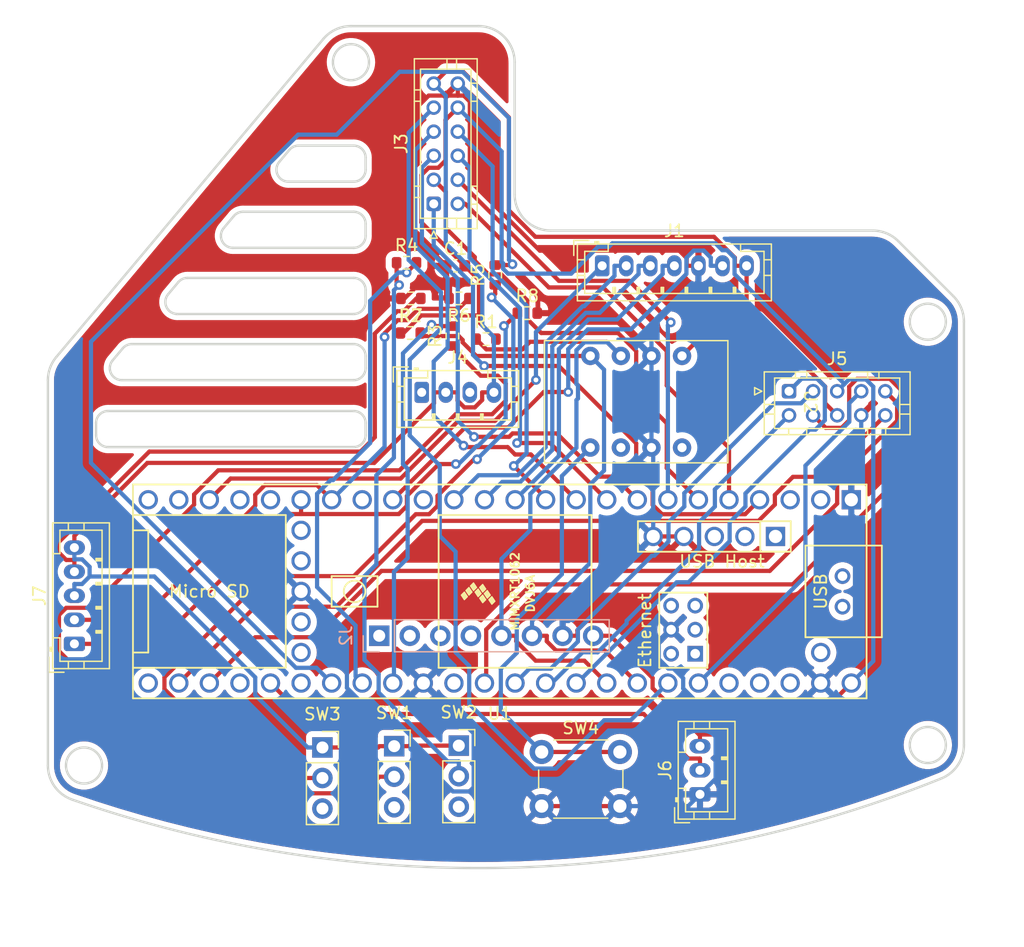
<source format=kicad_pcb>
(kicad_pcb (version 20211014) (generator pcbnew)
  (layers (0 "F.Cu" signal) (31 "B.Cu" signal) (34 "B.Paste" user) (35 "F.Paste" user) (36 "B.SilkS" user "B.Silkscreen") (37 "F.SilkS" user "F.Silkscreen") (38 "B.Mask" user) (39 "F.Mask" user) (44 "Edge.Cuts" user))
  (net 0 "")
  (net 2 "GND")
  (net 6 "+5V")
  (net 10 "IR")
  (net 11 "Kick")
  (net 12 "SCL")
  (net 13 "SDA")
  (net 14 "MUX5")
  (net 15 "MUX6")
  (net 16 "MUX7")
  (net 17 "MUX8")
  (net 21 "Sig1")
  (net 22 "Sig2")
  (net 23 "Sig3")
  (net 24 "Sig4")
  (net 25 "Sig5")
  (net 26 "Sig6")
  (net 27 "Sig7")
  (net 28 "Sig8")
  (net 29 "MUX1")
  (net 30 "MUX2")
  (net 31 "DIP1")
  (net 32 "DIP2")
  (net 33 "DIP3")
  (net 35 "ESC")
  (net 37 "RX8")
  (net 38 "TX8")
  (net 44 "MUX3")
  (net 45 "MUX4")
  (net 46 "Line")
  (net 48 "BallRead2")
  (net 49 "BallRead")
  (net 62 "Net-(R3-Pad1)")
  (net 63 "Net-(R4-Pad1)")
  (net 64 "Net-(R5-Pad1)")
  (net 69 "+3.3V")
  (net 70 "Net-(J4-Pad3)")
  (net 73 "Net-(SW4-Pad1)")
  (net 74 "BallRead1")
  (net 75 "Net-(R7-Pad1)")
  (footprint "Connector_JST:JST_PH_B3B-PH-K_1x03_P2.00mm_Vertical" (layer "F.Cu") (at 119.126 102.87 90)
    (fp_text reference "J6")
    (fp_text value "ESC")
  )
  (footprint "Connector_JST:JST_PH_B4B-PH-K_1x04_P2.00mm_Vertical" (layer "F.Cu") (at 96 69.45)
    (fp_text reference "J4")
    (fp_text value "BallCatch")
  )
  (footprint "Connector_PinSocket_2.54mm:PinSocket_1x03_P2.54mm_Vertical" (layer "F.Cu") (at 93.715 98.866)
    (fp_text reference "SW1")
    (fp_text value "DIP")
  )
  (footprint "Resistor_SMD:R_0603_1608Metric" (layer "F.Cu") (at 95.1 61.64 180)
    (fp_text reference "R7")
    (fp_text value "1k")
  )
  (footprint "Resistor_SMD:R_0603_1608Metric" (layer "F.Cu") (at 102.108 59.69 90)
    (fp_text reference "R5")
    (fp_text value "10k")
  )
  (footprint "Resistor_SMD:R_0603_1608Metric" (layer "F.Cu") (at 95.059 64.516)
    (fp_text reference "R2")
    (fp_text value "10k")
  )
  (footprint "Connector_JST:JST_PH_B5B-PH-K_1x05_P2.00mm_Vertical" (layer "F.Cu") (at 67.141 90.36 90)
    (fp_text reference "J7")
    (fp_text value "BallCatch")
  )
  (footprint "Resistor_SMD:R_0603_1608Metric" (layer "F.Cu") (at 99.1 61.64 180)
    (fp_text reference "R6")
    (fp_text value "1k")
  )
  (footprint "Resistor_SMD:R_0603_1608Metric" (layer "F.Cu") (at 94.742 58.674)
    (fp_text reference "R4")
    (fp_text value "10k")
  )
  (footprint "Connector_JST:JST_PH_B7B-PH-K_1x07_P2.00mm_Vertical" (layer "F.Cu") (at 110.998 58.928)
    (fp_text reference "J1")
    (fp_text value "Line Port")
  )
  (footprint "teensy:Teensy41" (layer "F.Cu") (at 102.489 86 180)
    (fp_text reference "U1")
    (fp_text value "Teensy4.1")
  )
  (footprint "Resistor_SMD:R_0603_1608Metric" (layer "F.Cu") (at 104.775 62.865)
    (fp_text reference "R8")
    (fp_text value "1k")
  )
  (footprint "Connector_JST:JST_PHD_B12B-PHDSS_2x06_P2.00mm_Vertical" (layer "F.Cu") (at 97 53.7775 90)
    (fp_text reference "J3")
    (fp_text value "MD Signal")
  )
  (footprint "Resistor_SMD:R_0603_1608Metric" (layer "F.Cu") (at 98.552 64.77 90)
    (fp_text reference "R3")
    (fp_text value "10k")
  )
  (footprint "Connector_JST:JST_PHD_B10B-PHDSS_2x05_P2.00mm_Vertical" (layer "F.Cu") (at 126.5245 69.358)
    (fp_text reference "J5")
    (fp_text value "IR Unit")
  )
  (footprint "Connector_PinSocket_2.54mm:PinSocket_1x03_P2.54mm_Vertical" (layer "F.Cu") (at 87.752 98.974)
    (fp_text reference "SW3")
    (fp_text value "DIP")
  )
  (footprint "Resistor_SMD:R_0603_1608Metric" (layer "F.Cu") (at 101.346 65.024)
    (fp_text reference "R1")
    (fp_text value "10k")
  )
  (footprint "Connector_PinSocket_2.54mm:PinSocket_1x03_P2.54mm_Vertical" (layer "F.Cu") (at 99.085 98.821)
    (fp_text reference "SW2")
    (fp_text value "DIP")
  )
  (footprint "Capacitor_SMD:C_0603_1608Metric" (layer "F.Cu") (at 98.806 58.928)
    (fp_text reference "C1")
    (fp_text value "0.1uF")
  )
  (footprint "Button_Switch_THT:SW_PUSH_6mm_H4.3mm" (layer "F.Cu") (at 105.97 99.35)
    (fp_text reference "SW4")
    (fp_text value "RESET")
  )
  (footprint "MY-KICAD-LIB:BNO055" (layer "F.Cu") (at 127.794 70.231 -90)
    (fp_text reference "U2")
    (fp_text value "BNO055")
  )
  (footprint "Connector_PinSocket_2.54mm:PinSocket_1x08_P2.54mm_Vertical" (layer "B.Cu") (at 92.471 89.687 -90)
    (fp_text reference "J2")
    (fp_text value "MPU6050")
  )
  (gr_arc (start 133.481669 56.000001) (mid 134.629719 56.228362) (end 135.602989 56.87868) (layer "Edge.Cuts") (width 0.2))
  (gr_arc (start 91.341713 73.000001) (mid 91.04882 73.707108) (end 90.341713 74.000001) (layer "Edge.Cuts") (width 0.2))
  (gr_arc (start 106.724309 56.000001) (mid 104.602989 55.121321) (end 103.724309 53.000001) (layer "Edge.Cuts") (width 0.2))
  (gr_arc (start 91.341713 67.435555) (mid 91.04882 68.142662) (end 90.341713 68.435555) (layer "Edge.Cuts") (width 0.2))
  (gr_arc (start 69.941167 74.000001) (mid 69.234061 73.707107) (end 68.941167 73.000001) (layer "Edge.Cuts") (width 0.2))
  (gr_line (start 76.539822 59.935555) (end 90.341713 59.935555) (layer "Edge.Cuts") (width 0.2))
  (gr_line (start 90.341713 57.435555) (end 80.31577 57.435555) (layer "Edge.Cuts") (width 0.2))
  (gr_circle (center 138.058833 63.577164) (end 138.058833 62.077164) (layer "Edge.Cuts") (width 0.2) (fill none))
  (gr_circle (center 67.941167 100.473624) (end 67.941167 98.973624) (layer "Edge.Cuts") (width 0.2) (fill none))
  (gr_arc (start 80.388825 54.792767) (mid 80.732252 54.529247) (end 81.15487 54.435555) (layer "Edge.Cuts") (width 0.2))
  (gr_line (start 79.549726 55.792767) (end 80.388825 54.792767) (layer "Edge.Cuts") (width 0.2))
  (gr_arc (start 87.825099 40.071637) (mid 88.855378 39.281077) (end 90.123232 39) (layer "Edge.Cuts") (width 0.2))
  (gr_line (start 140.180153 61.455844) (end 135.602989 56.87868) (layer "Edge.Cuts") (width 0.2))
  (gr_line (start 91.341713 66.435555) (end 91.341713 67.435555) (layer "Edge.Cuts") (width 0.2))
  (gr_arc (start 85.003873 49.292767) (mid 85.3473 49.029247) (end 85.769918 48.935555) (layer "Edge.Cuts") (width 0.2))
  (gr_line (start 70.31963 66.792767) (end 71.15873 65.792767) (layer "Edge.Cuts") (width 0.2))
  (gr_arc (start 139.178868 101.552325) (mid 103.227229 108.969585) (end 66.957673 103.307833) (layer "Edge.Cuts") (width 0.2))
  (gr_arc (start 100.724309 39) (mid 102.845629 39.87868) (end 103.724309 42) (layer "Edge.Cuts") (width 0.2))
  (gr_line (start 68.941167 73.000001) (end 68.941167 72.000001) (layer "Edge.Cuts") (width 0.2))
  (gr_line (start 64.941167 68.435555) (end 64.941167 100.473624) (layer "Edge.Cuts") (width 0.2))
  (gr_line (start 81.15487 54.435555) (end 90.341713 54.435555) (layer "Edge.Cuts") (width 0.2))
  (gr_arc (start 64.941167 68.435555) (mid 65.12209 67.409495) (end 65.643034 66.507192) (layer "Edge.Cuts") (width 0.2))
  (gr_line (start 71.924774 65.435555) (end 90.341713 65.435555) (layer "Edge.Cuts") (width 0.2))
  (gr_arc (start 91.341713 50.935555) (mid 91.04882 51.642662) (end 90.341713 51.935555) (layer "Edge.Cuts") (width 0.2))
  (gr_circle (center 90.123232 42) (end 90.123232 40.5) (layer "Edge.Cuts") (width 0.2) (fill none))
  (gr_arc (start 91.341713 61.935555) (mid 91.04882 62.642662) (end 90.341713 62.935555) (layer "Edge.Cuts") (width 0.2))
  (gr_arc (start 90.341713 54.435555) (mid 91.04882 54.728448) (end 91.341713 55.435555) (layer "Edge.Cuts") (width 0.2))
  (gr_line (start 85.769918 48.935555) (end 90.341713 48.935555) (layer "Edge.Cuts") (width 0.2))
  (gr_arc (start 84.930818 51.935555) (mid 84.02451 51.358173) (end 84.164774 50.292767) (layer "Edge.Cuts") (width 0.2))
  (gr_line (start 91.341713 55.435555) (end 91.341713 56.435555) (layer "Edge.Cuts") (width 0.2))
  (gr_line (start 100.724309 39) (end 90.123232 39) (layer "Edge.Cuts") (width 0.2))
  (gr_arc (start 71.15873 65.792767) (mid 71.502156 65.529247) (end 71.924774 65.435555) (layer "Edge.Cuts") (width 0.2))
  (gr_line (start 74.934678 61.292767) (end 75.773778 60.292767) (layer "Edge.Cuts") (width 0.2))
  (gr_arc (start 140.180153 61.455844) (mid 140.830471 62.429114) (end 141.058833 63.577164) (layer "Edge.Cuts") (width 0.2))
  (gr_arc (start 66.957673 103.307833) (mid 65.496737 102.212807) (end 64.941167 100.473624) (layer "Edge.Cuts") (width 0.2))
  (gr_arc (start 75.700722 62.935555) (mid 74.794414 62.358173) (end 74.934678 61.292767) (layer "Edge.Cuts") (width 0.2))
  (gr_arc (start 75.773778 60.292767) (mid 76.117204 60.029247) (end 76.539822 59.935555) (layer "Edge.Cuts") (width 0.2))
  (gr_arc (start 80.31577 57.435555) (mid 79.409462 56.858173) (end 79.549726 55.792767) (layer "Edge.Cuts") (width 0.2))
  (gr_arc (start 91.341713 56.435555) (mid 91.04882 57.142662) (end 90.341713 57.435555) (layer "Edge.Cuts") (width 0.2))
  (gr_line (start 141.058833 98.769248) (end 141.058833 63.577164) (layer "Edge.Cuts") (width 0.2))
  (gr_line (start 91.341713 60.935555) (end 91.341713 61.935555) (layer "Edge.Cuts") (width 0.2))
  (gr_line (start 90.341713 68.435555) (end 71.085674 68.435555) (layer "Edge.Cuts") (width 0.2))
  (gr_line (start 87.825099 40.071637) (end 65.643034 66.507192) (layer "Edge.Cuts") (width 0.2))
  (gr_line (start 103.724309 53.000001) (end 103.724309 42) (layer "Edge.Cuts") (width 0.2))
  (gr_circle (center 138.058833 98.769248) (end 138.058833 97.269248) (layer "Edge.Cuts") (width 0.2) (fill none))
  (gr_arc (start 141.058833 98.769248) (mid 140.544804 100.448518) (end 139.178868 101.552325) (layer "Edge.Cuts") (width 0.2))
  (gr_line (start 90.341713 62.935555) (end 75.700722 62.935555) (layer "Edge.Cuts") (width 0.2))
  (gr_arc (start 90.341713 59.935555) (mid 91.04882 60.228448) (end 91.341713 60.935555) (layer "Edge.Cuts") (width 0.2))
  (gr_line (start 90.341713 74.000001) (end 69.941167 74.000001) (layer "Edge.Cuts") (width 0.2))
  (gr_arc (start 90.341713 65.435555) (mid 91.04882 65.728448) (end 91.341713 66.435555) (layer "Edge.Cuts") (width 0.2))
  (gr_line (start 91.341713 72.000001) (end 91.341713 73.000001) (layer "Edge.Cuts") (width 0.2))
  (gr_arc (start 90.341713 48.935555) (mid 91.04882 49.228448) (end 91.341713 49.935555) (layer "Edge.Cuts") (width 0.2))
  (gr_line (start 90.341713 51.935555) (end 84.930818 51.935555) (layer "Edge.Cuts") (width 0.2))
  (gr_line (start 84.164774 50.292767) (end 85.003873 49.292767) (layer "Edge.Cuts") (width 0.2))
  (gr_line (start 69.941167 71.000001) (end 90.341713 71.000001) (layer "Edge.Cuts") (width 0.2))
  (gr_line (start 133.481669 56.000001) (end 106.724309 56.000001) (layer "Edge.Cuts") (width 0.2))
  (gr_arc (start 68.941167 72.000001) (mid 69.234061 71.292895) (end 69.941167 71.000001) (layer "Edge.Cuts") (width 0.2))
  (gr_arc (start 71.085674 68.435555) (mid 70.179366 67.858173) (end 70.31963 66.792767) (layer "Edge.Cuts") (width 0.2))
  (gr_line (start 91.341713 49.935555) (end 91.341713 50.935555) (layer "Edge.Cuts") (width 0.2))
  (gr_arc (start 90.341713 71.000001) (mid 91.04882 71.292894) (end 91.341713 72.000001) (layer "Edge.Cuts") (width 0.2))
  (segment (start 118.998 58.928) (end 118.0227 58.928) (width 0.35) (layer "F.Cu") (net 2))
  (segment (start 98.031 60.7882) (end 98.031 61.396) (width 0.35) (layer "F.Cu") (net 2))
  (segment (start 115.2398 81.4308) (end 117.7798 81.4308) (width 0.35) (layer "F.Cu") (net 2))
  (segment (start 95.4304 60.7882) (end 94.5786 61.64) (width 0.35) (layer "F.Cu") (net 2))
  (segment (start 94.5786 61.64) (end 94.275 61.64) (width 0.35) (layer "F.Cu") (net 2))
  (segment (start 96.5857 44.7775) (end 95.4052 45.958) (width 0.35) (layer "F.Cu") (net 2))
  (segment (start 99.5001 44.7775) (end 99 44.7775) (width 0.35) (layer "F.Cu") (net 2))
  (segment (start 98.031 61.396) (end 98.275 61.64) (width 0.35) (layer "F.Cu") (net 2))
  (segment (start 100 45.2774) (end 99.5001 44.7775) (width 0.35) (layer "F.Cu") (net 2))
  (segment (start 111.538 62.865) (end 105.6 62.865) (width 0.35) (layer "F.Cu") (net 2))
  (segment (start 95.4052 45.958) (end 95.4052 56.3022) (width 0.35) (layer "F.Cu") (net 2))
  (segment (start 109.7132 88.4506) (end 115.998 88.4506) (width 0.35) (layer "F.Cu") (net 2))
  (segment (start 107.711 89.687) (end 108.9363 89.687) (width 0.35) (layer "F.Cu") (net 2))
  (segment (start 99 44.7775) (end 99 43.7775) (width 0.35) (layer "F.Cu") (net 2))
  (segment (start 100 51.8492) (end 100 45.2774) (width 0.35) (layer "F.Cu") (net 2))
  (segment (start 108.9363 89.2275) (end 109.7132 88.4506) (width 0.35) (layer "F.Cu") (net 2))
  (segment (start 95.4052 56.3022) (end 98.031 58.928) (width 0.35) (layer "F.Cu") (net 2))
  (segment (start 108.9363 89.687) (end 108.9363 89.2275) (width 0.35) (layer "F.Cu") (net 2))
  (segment (start 115.094 66.421) (end 111.538 62.865) (width 0.35) (layer "F.Cu") (net 2))
  (segment (start 98.031 60.7882) (end 95.4304 60.7882) (width 0.35) (layer "F.Cu") (net 2))
  (segment (start 115.998 88.4506) (end 116.729 89.1816) (width 0.35) (layer "F.Cu") (net 2))
  (segment (start 117.403 57.6682) (end 105.819 57.6682) (width 0.35) (layer "F.Cu") (net 2))
  (segment (start 105.819 57.6682) (end 100 51.8492) (width 0.35) (layer "F.Cu") (net 2))
  (segment (start 118.0227 58.928) (end 118.0227 58.2879) (width 0.35) (layer "F.Cu") (net 2))
  (segment (start 98.031 58.928) (end 98.031 60.7882) (width 0.35) (layer "F.Cu") (net 2))
  (segment (start 112.47 103.85) (end 105.97 103.85) (width 0.35) (layer "F.Cu") (net 2))
  (segment (start 99 44.7775) (end 96.5857 44.7775) (width 0.35) (layer "F.Cu") (net 2))
  (segment (start 118.0227 58.2879) (end 117.403 57.6682) (width 0.35) (layer "F.Cu") (net 2))
  (segment (start 118.146 103.85) (end 112.47 103.85) (width 0.35) (layer "B.Cu") (net 2))
  (segment (start 126.0202 96.7588) (end 129.159 93.62) (width 0.35) (layer "B.Cu") (net 2))
  (segment (start 129.159 93.62) (end 132.0052 90.7738) (width 0.35) (layer "B.Cu") (net 2))
  (segment (start 100.3215 102.631) (end 98.6012 102.631) (width 0.35) (layer "B.Cu") (net 2))
  (segment (start 131.699 78.38) (end 131.699 77.2047) (width 0.35) (layer "B.Cu") (net 2))
  (segment (start 105.97 103.85) (end 104.751 102.631) (width 0.35) (layer "B.Cu") (net 2))
  (segment (start 108.2089 88.4617) (end 115.2398 81.4308) (width 0.35) (layer "B.Cu") (net 2))
  (segment (start 89.789 94.0204) (end 89.789 89.81) (width 0.35) (layer "B.Cu") (net 2))
  (segment (start 116.4941 92.4116) (end 116.9217 92.4116) (width 0.35) (layer "B.Cu") (net 2))
  (segment (start 104.751 102.631) (end 100.3215 102.631) (width 0.35) (layer "B.Cu") (net 2))
  (segment (start 100.3215 97.8025) (end 96.139 93.62) (width 0.35) (layer "B.Cu") (net 2))
  (segment (start 92.2197 96.4511) (end 89.789 94.0204) (width 0.35) (layer "B.Cu") (net 2))
  (segment (start 89.789 89.81) (end 85.979 86) (width 0.35) (layer "B.Cu") (net 2))
  (segment (start 131.699 78.38) (end 131.699 79.5553) (width 0.35) (layer "B.Cu") (net 2))
  (segment (start 115.094 66.421) (end 115.094 64.0823) (width 0.35) (layer "B.Cu") (net 2))
  (segment (start 120.4234 101.5726) (end 119.126 102.87) (width 0.35) (layer "B.Cu") (net 2))
  (segment (start 132.0052 90.7738) (end 132.0052 79.8615) (width 0.35) (layer "B.Cu") (net 2))
  (segment (start 95.0764 99.1062) (end 95.0764 97.9698) (width 0.35) (layer "B.Cu") (net 2))
  (segment (start 115.094 64.0823) (end 118.998 60.1783) (width 0.35) (layer "B.Cu") (net 2))
  (segment (start 107.711 89.687) (end 107.711 88.4617) (width 0.35) (layer "B.Cu") (net 2))
  (segment (start 116.9217 92.4116) (end 117.729 93.2189) (width 0.35) (layer "B.Cu") (net 2))
  (segment (start 98.6012 102.631) (end 95.0764 99.1062) (width 0.35) (layer "B.Cu") (net 2))
  (segment (start 132.5245 76.3792) (end 132.5245 71.358) (width 0.35) (layer "B.Cu") (net 2))
  (segment (start 119.126 102.87) (end 118.146 103.85) (width 0.35) (layer "B.Cu") (net 2))
  (segment (start 115.2398 74.1868) (end 115.094 74.041) (width 0.35) (layer "B.Cu") (net 2))
  (segment (start 100.3215 102.631) (end 100.3215 97.8025) (width 0.35) (layer "B.Cu") (net 2))
  (segment (start 107.711 88.4617) (end 108.2089 88.4617) (width 0.35) (layer "B.Cu") (net 2))
  (segment (start 93.5577 96.4511) (end 92.2197 96.4511) (width 0.35) (layer "B.Cu") (net 2))
  (segment (start 117.729 94.0644) (end 120.4234 96.7588) (width 0.35) (layer "B.Cu") (net 2))
  (segment (start 115.7027 90.2079) (end 115.7027 91.6202) (width 0.35) (layer "B.Cu") (net 2))
  (segment (start 117.729 93.2189) (end 117.729 94.0644) (width 0.35) (layer "B.Cu") (net 2))
  (segment (start 116.729 89.1816) (end 115.7027 90.2079) (width 0.35) (layer "B.Cu") (net 2))
  (segment (start 115.7027 91.6202) (end 116.4941 92.4116) (width 0.35) (layer "B.Cu") (net 2))
  (segment (start 115.094 74.041) (end 115.094 66.421) (width 0.35) (layer "B.Cu") (net 2))
  (segment (start 131.699 77.2047) (end 132.5245 76.3792) (width 0.35) (layer "B.Cu") (net 2))
  (segment (start 120.4234 96.7588) (end 120.4234 101.5726) (width 0.35) (layer "B.Cu") (net 2))
  (segment (start 95.0764 97.9698) (end 93.5577 96.4511) (width 0.35) (layer "B.Cu") (net 2))
  (segment (start 132.0052 79.8615) (end 131.699 79.5553) (width 0.35) (layer "B.Cu") (net 2))
  (segment (start 115.2398 81.4308) (end 115.2398 74.1868) (width 0.35) (layer "B.Cu") (net 2))
  (segment (start 118.998 58.928) (end 118.998 60.1783) (width 0.35) (layer "B.Cu") (net 2))
  (segment (start 120.4234 96.7588) (end 126.0202 96.7588) (width 0.35) (layer "B.Cu") (net 2))
  (segment (start 97.3804 50.7775) (end 96.5792 50.7775) (width 0.35) (layer "F.Cu") (net 6))
  (segment (start 119.126 98.87) (end 119.126 97.8947) (width 0.35) (layer "F.Cu") (net 6))
  (segment (start 115.189 93.1955) (end 115.189 94.0426) (width 0.35) (layer "F.Cu") (net 6))
  (segment (start 99 45.7775) (end 97.9757 46.8018) (width 0.35) (layer "F.Cu") (net 6))
  (segment (start 100.7587 63.6117) (end 102.171 65.024) (width 0.35) (layer "F.Cu") (net 6))
  (segment (start 100.7587 60.1057) (end 100.7587 63.0542) (width 0.35) (layer "F.Cu") (net 6))
  (segment (start 96.5792 50.7775) (end 95.9693 51.3874) (width 0.35) (layer "F.Cu") (net 6))
  (segment (start 95.9693 55.3163) (end 99.581 58.928) (width 0.35) (layer "F.Cu") (net 6))
  (segment (start 115.189 94.0426) (end 119.0411 97.8947) (width 0.35) (layer "F.Cu") (net 6))
  (segment (start 100.7587 63.0542) (end 95.9571 63.0542) (width 0.35) (layer "F.Cu") (net 6))
  (segment (start 95.9571 63.0542) (end 94.4953 64.516) (width 0.35) (layer "F.Cu") (net 6))
  (segment (start 95.9693 51.3874) (end 95.9693 55.3163) (width 0.35) (layer "F.Cu") (net 6))
  (segment (start 111.6805 89.687) (end 115.189 93.1955) (width 0.35) (layer "F.Cu") (net 6))
  (segment (start 119.0411 97.8947) (end 119.126 97.8947) (width 0.35) (layer "F.Cu") (net 6))
  (segment (start 131.699 93.62) (end 127.4243 97.8947) (width 0.35) (layer "F.Cu") (net 6))
  (segment (start 99.581 58.928) (end 100.7587 60.1057) (width 0.35) (layer "F.Cu") (net 6))
  (segment (start 97.9757 46.8018) (end 97.9757 50.1822) (width 0.35) (layer "F.Cu") (net 6))
  (segment (start 97.9757 50.1822) (end 97.3804 50.7775) (width 0.35) (layer "F.Cu") (net 6))
  (segment (start 100.7587 63.0542) (end 100.7587 63.6117) (width 0.35) (layer "F.Cu") (net 6))
  (segment (start 110.251 89.687) (end 111.6805 89.687) (width 0.35) (layer "F.Cu") (net 6))
  (segment (start 94.4953 64.516) (end 94.234 64.516) (width 0.35) (layer "F.Cu") (net 6))
  (segment (start 127.4243 97.8947) (end 119.126 97.8947) (width 0.35) (layer "F.Cu") (net 6))
  (segment (start 102.7665 58.724) (end 102.6451 58.6026) (width 0.35) (layer "B.Cu") (net 6))
  (segment (start 111.8443 57.056) (end 111.5563 57.344) (width 0.35) (layer "B.Cu") (net 6))
  (segment (start 110.6595 57.344) (end 108.4255 59.578) (width 0.35) (layer "B.Cu") (net 6))
  (segment (start 108.4255 59.578) (end 103.1716 59.578) (width 0.35) (layer "B.Cu") (net 6))
  (segment (start 102.6451 58.6026) (end 102.6451 49.4226) (width 0.35) (layer "B.Cu") (net 6))
  (segment (start 103.1716 59.578) (end 102.7665 59.1729) (width 0.35) (layer "B.Cu") (net 6))
  (segment (start 102.6451 49.4226) (end 99 45.7775) (width 0.35) (layer "B.Cu") (net 6))
  (segment (start 102.7665 59.1729) (end 102.7665 58.724) (width 0.35) (layer "B.Cu") (net 6))
  (segment (start 121.3628 57.631) (end 120.9796 57.631) (width 0.35) (layer "B.Cu") (net 6))
  (segment (start 121.998 58.2662) (end 121.3628 57.631) (width 0.35) (layer "B.Cu") (net 6))
  (segment (start 131.1312 68.7513) (end 121.998 59.6182) (width 0.35) (layer "B.Cu") (net 6))
  (segment (start 120.4046 57.056) (end 111.8443 57.056) (width 0.35) (layer "B.Cu") (net 6))
  (segment (start 121.998 59.6182) (end 121.998 58.2662) (width 0.35) (layer "B.Cu") (net 6))
  (segment (start 120.9796 57.631) (end 120.4046 57.056) (width 0.35) (layer "B.Cu") (net 6))
  (segment (start 111.5563 57.344) (end 110.6595 57.344) (width 0.35) (layer "B.Cu") (net 6))
  (segment (start 131.699 93.62) (end 133.5245 91.7945) (width 0.35) (layer "B.Cu") (net 6))
  (segment (start 133.5245 68.9783) (end 132.9209 68.3747) (width 0.35) (layer "B.Cu") (net 6))
  (segment (start 131.1312 68.7513) (end 130.5245 69.358) (width 0.35) (layer "B.Cu") (net 6))
  (segment (start 133.5245 91.7945) (end 133.5245 68.9783) (width 0.35) (layer "B.Cu") (net 6))
  (segment (start 132.9209 68.3747) (end 131.5078 68.3747) (width 0.35) (layer "B.Cu") (net 6))
  (segment (start 131.5078 68.3747) (end 131.1312 68.7513) (width 0.35) (layer "B.Cu") (net 6))
  (segment (start 127.889 84.73) (end 118.999 93.62) (width 0.35) (layer "B.Cu") (net 10))
  (segment (start 131.5245 71.9064) (end 127.889 75.5419) (width 0.35) (layer "B.Cu") (net 10))
  (segment (start 127.889 75.5419) (end 127.889 84.73) (width 0.35) (layer "B.Cu") (net 10))
  (segment (start 131.5245 70.358) (end 131.5245 71.9064) (width 0.35) (layer "B.Cu") (net 10))
  (segment (start 132.5245 69.358) (end 131.5245 70.358) (width 0.35) (layer "B.Cu") (net 10))
  (segment (start 95.01 66.7356) (end 95.01 73.037) (width 0.35) (layer "B.Cu") (net 11))
  (segment (start 97.6013 64.1443) (end 95.01 66.7356) (width 0.35) (layer "B.Cu") (net 11))
  (segment (start 97.6013 61.1215) (end 97.6013 64.1443) (width 0.35) (layer "B.Cu") (net 11))
  (segment (start 98.821 82.7039) (end 98.821 91.0696) (width 0.35) (layer "B.Cu") (net 11))
  (segment (start 97.5019 81.3848) (end 98.821 82.7039) (width 0.35) (layer "B.Cu") (net 11))
  (segment (start 99.949 95.348) (end 105.3306 100.7296) (width 0.35) (layer "B.Cu") (net 11))
  (segment (start 94.9187 47.8588) (end 94.9187 58.4389) (width 0.35) (layer "B.Cu") (net 11))
  (segment (start 95.01 73.037) (end 97.5019 75.5289) (width 0.35) (layer "B.Cu") (net 11))
  (segment (start 99.949 92.1976) (end 99.949 95.348) (width 0.35) (layer "B.Cu") (net 11))
  (segment (start 97 45.7775) (end 94.9187 47.8588) (width 0.35) (layer "B.Cu") (net 11))
  (segment (start 113.3718 96.7072) (end 116.459 93.62) (width 0.35) (layer "B.Cu") (net 11))
  (segment (start 107.1453 100.7296) (end 111.1677 96.7072) (width 0.35) (layer "B.Cu") (net 11))
  (segment (start 111.1677 96.7072) (end 113.3718 96.7072) (width 0.35) (layer "B.Cu") (net 11))
  (segment (start 94.9187 58.4389) (end 97.6013 61.1215) (width 0.35) (layer "B.Cu") (net 11))
  (segment (start 97.5019 75.5289) (end 97.5019 81.3848) (width 0.35) (layer "B.Cu") (net 11))
  (segment (start 105.3306 100.7296) (end 107.1453 100.7296) (width 0.35) (layer "B.Cu") (net 11))
  (segment (start 98.821 91.0696) (end 99.949 92.1976) (width 0.35) (layer "B.Cu") (net 11))
  (segment (start 105.171 89.687) (end 106.3963 89.687) (width 0.35) (layer "F.Cu") (net 12))
  (segment (start 110.014 66.421) (end 110.0085 66.4265) (width 0.35) (layer "F.Cu") (net 12))
  (segment (start 99.0778 64.7701) (end 96.1381 64.7701) (width 0.35) (layer "F.Cu") (net 12))
  (segment (start 107.162 90.9123) (end 111.2113 90.9123) (width 0.35) (layer "F.Cu") (net 12))
  (segment (start 106.3963 90.1466) (end 107.162 90.9123) (width 0.35) (layer "F.Cu") (net 12))
  (segment (start 96.1381 64.7701) (end 95.884 64.516) (width 0.35) (layer "F.Cu") (net 12))
  (segment (start 106.3963 89.687) (end 106.3963 90.1466) (width 0.35) (layer "F.Cu") (net 12))
  (segment (start 99.4032 65.0955) (end 99.0778 64.7701) (width 0.35) (layer "F.Cu") (net 12))
  (segment (start 111.2113 90.9123) (end 113.919 93.62) (width 0.35) (layer "F.Cu") (net 12))
  (segment (start 100.5392 66.4265) (end 99.4032 65.2905) (width 0.35) (layer "F.Cu") (net 12))
  (segment (start 99.4032 65.2905) (end 99.4032 65.0955) (width 0.35) (layer "F.Cu") (net 12))
  (segment (start 110.0085 66.4265) (end 100.5392 66.4265) (width 0.35) (layer "F.Cu") (net 12))
  (segment (start 111.1537 67.5607) (end 110.014 66.421) (width 0.35) (layer "B.Cu") (net 12))
  (segment (start 105.171 89.687) (end 105.171 88.4617) (width 0.35) (layer "B.Cu") (net 12))
  (segment (start 110.0144 77.0924) (end 111.1537 75.9531) (width 0.35) (layer "B.Cu") (net 12))
  (segment (start 110.0144 83.6183) (end 110.0144 77.0924) (width 0.35) (layer "B.Cu") (net 12))
  (segment (start 105.171 88.4617) (end 110.0144 83.6183) (width 0.35) (layer "B.Cu") (net 12))
  (segment (start 111.1537 75.9531) (end 111.1537 67.5607) (width 0.35) (layer "B.Cu") (net 12))
  (segment (start 105.0003 65.2462) (end 104.3704 65.8761) (width 0.35) (layer "F.Cu") (net 13))
  (segment (start 105.4688 91.759) (end 109.518 91.759) (width 0.35) (layer "F.Cu") (net 13))
  (segment (start 109.518 91.759) (end 111.379 93.62) (width 0.35) (layer "F.Cu") (net 13))
  (segment (start 104.3704 65.8761) (end 101.3731 65.8761) (width 0.35) (layer "F.Cu") (net 13))
  (segment (start 102.631 89.687) (end 103.8563 89.687) (width 0.35) (layer "F.Cu") (net 13))
  (segment (start 112.554 66.421) (end 111.3792 65.2462) (width 0.35) (layer "F.Cu") (net 13))
  (segment (start 101.3731 65.8761) (end 100.521 65.024) (width 0.35) (layer "F.Cu") (net 13))
  (segment (start 103.8563 89.687) (end 103.8563 90.1465) (width 0.35) (layer "F.Cu") (net 13))
  (segment (start 111.3792 65.2462) (end 105.0003 65.2462) (width 0.35) (layer "F.Cu") (net 13))
  (segment (start 103.8563 90.1465) (end 105.4688 91.759) (width 0.35) (layer "F.Cu") (net 13))
  (segment (start 109.5226 65.2833) (end 111.4163 65.2833) (width 0.35) (layer "B.Cu") (net 13))
  (segment (start 108.8591 65.9468) (end 109.5226 65.2833) (width 0.35) (layer "B.Cu") (net 13))
  (segment (start 105.029 77.8884) (end 108.8591 74.0583) (width 0.35) (layer "B.Cu") (net 13))
  (segment (start 108.8591 68.7505) (end 108.8591 65.9468) (width 0.35) (layer "B.Cu") (net 13))
  (segment (start 102.631 89.687) (end 102.631 83.2993) (width 0.35) (layer "B.Cu") (net 13))
  (segment (start 105.029 80.9013) (end 105.029 77.8884) (width 0.35) (layer "B.Cu") (net 13))
  (segment (start 111.4163 65.2833) (end 112.554 66.421) (width 0.35) (layer "B.Cu") (net 13))
  (segment (start 108.8591 74.0583) (end 108.8591 70.0926) (width 0.35) (layer "B.Cu") (net 13))
  (segment (start 108.988 69.9637) (end 108.988 68.8794) (width 0.35) (layer "B.Cu") (net 13))
  (segment (start 102.631 83.2993) (end 105.029 80.9013) (width 0.35) (layer "B.Cu") (net 13))
  (segment (start 108.8591 70.0926) (end 108.988 69.9637) (width 0.35) (layer "B.Cu") (net 13))
  (segment (start 108.988 68.8794) (end 108.8591 68.7505) (width 0.35) (layer "B.Cu") (net 13))
  (segment (start 118.1775 85.2383) (end 121.5898 81.826) (width 0.35) (layer "B.Cu") (net 14))
  (segment (start 129.4999 68.9527) (end 128.8574 68.3102) (width 0.35) (layer "B.Cu") (net 14))
  (segment (start 122.9036 78.9438) (end 122.9036 77.8537) (width 0.35) (layer "B.Cu") (net 14))
  (segment (start 117.1933 85.2383) (end 118.1775 85.2383) (width 0.35) (layer "B.Cu") (net 14))
  (segment (start 114.7412 87.6904) (end 117.1933 85.2383) (width 0.35) (layer "B.Cu") (net 14))
  (segment (start 121.5898 81.826) (end 121.5898 80.2576) (width 0.35) (layer "B.Cu") (net 14))
  (segment (start 128.7248 72.547) (end 129.4999 71.7719) (width 0.35) (layer "B.Cu") (net 14))
  (segment (start 127.5723 68.3102) (end 126.5245 69.358) (width 0.35) (layer "B.Cu") (net 14))
  (segment (start 114.7412 87.7976) (end 114.7412 87.6904) (width 0.35) (layer "B.Cu") (net 14))
  (segment (start 108.839 93.62) (end 108.9188 93.62) (width 0.35) (layer "B.Cu") (net 14))
  (segment (start 128.8574 68.3102) (end 127.5723 68.3102) (width 0.35) (layer "B.Cu") (net 14))
  (segment (start 128.2103 72.547) (end 128.7248 72.547) (width 0.35) (layer "B.Cu") (net 14))
  (segment (start 122.9036 77.8537) (end 128.2103 72.547) (width 0.35) (layer "B.Cu") (net 14))
  (segment (start 108.9188 93.62) (end 114.7412 87.7976) (width 0.35) (layer "B.Cu") (net 14))
  (segment (start 129.4999 71.7719) (end 129.4999 68.9527) (width 0.35) (layer "B.Cu") (net 14))
  (segment (start 121.5898 80.2576) (end 122.9036 78.9438) (width 0.35) (layer "B.Cu") (net 14))
  (segment (start 119.0498 82.4222) (end 113.0283 88.4437) (width 0.35) (layer "B.Cu") (net 15))
  (segment (start 120.3636 78.9438) (end 119.0498 80.2576) (width 0.35) (layer "B.Cu") (net 15))
  (segment (start 119.0498 80.2576) (end 119.0498 82.4222) (width 0.35) (layer "B.Cu") (net 15))
  (segment (start 106.8122 93.62) (end 106.299 93.62) (width 0.35) (layer "B.Cu") (net 15))
  (segment (start 110.6279 91.0604) (end 109.3718 91.0604) (width 0.35) (layer "B.Cu") (net 15))
  (segment (start 126.5245 71.358) (end 120.3636 77.5189) (width 0.35) (layer "B.Cu") (net 15))
  (segment (start 120.3636 77.5189) (end 120.3636 78.9438) (width 0.35) (layer "B.Cu") (net 15))
  (segment (start 109.3718 91.0604) (end 106.8122 93.62) (width 0.35) (layer "B.Cu") (net 15))
  (segment (start 113.0283 88.4437) (end 113.0283 88.66) (width 0.35) (layer "B.Cu") (net 15))
  (segment (start 113.0283 88.66) (end 110.6279 91.0604) (width 0.35) (layer "B.Cu") (net 15))
  (segment (start 117.8236 78.9438) (end 116.5098 80.2576) (width 0.35) (layer "B.Cu") (net 16))
  (segment (start 115.3279 83.0291) (end 115.1266 83.0291) (width 0.35) (layer "B.Cu") (net 16))
  (segment (start 128.5245 69.358) (end 127.524 70.3585) (width 0.35) (layer "B.Cu") (net 16))
  (segment (start 125.2918 70.3585) (end 117.8236 77.8267) (width 0.35) (layer "B.Cu") (net 16))
  (segment (start 104.954 92.425) (end 103.759 93.62) (width 0.35) (layer "B.Cu") (net 16))
  (segment (start 116.5098 80.2576) (end 116.5098 81.8472) (width 0.35) (layer "B.Cu") (net 16))
  (segment (start 108.981 90.1678) (end 106.7238 92.425) (width 0.35) (layer "B.Cu") (net 16))
  (segment (start 106.7238 92.425) (end 104.954 92.425) (width 0.35) (layer "B.Cu") (net 16))
  (segment (start 117.8236 77.8267) (end 117.8236 78.9438) (width 0.35) (layer "B.Cu") (net 16))
  (segment (start 127.524 70.3585) (end 125.2918 70.3585) (width 0.35) (layer "B.Cu") (net 16))
  (segment (start 108.981 89.1747) (end 108.981 90.1678) (width 0.35) (layer "B.Cu") (net 16))
  (segment (start 116.5098 81.8472) (end 115.3279 83.0291) (width 0.35) (layer "B.Cu") (net 16))
  (segment (start 115.1266 83.0291) (end 108.981 89.1747) (width 0.35) (layer "B.Cu") (net 16))
  (segment (start 134.9066 68.3265) (end 136.0685 69.4884) (width 0.35) (layer "F.Cu") (net 17))
  (segment (start 129.5646 72.3981) (end 130.8991 72.3981) (width 0.35) (layer "F.Cu") (net 17))
  (segment (start 130.8991 72.3981) (end 131.5244 71.7728) (width 0.35) (layer "F.Cu") (net 17))
  (segment (start 136.0685 76.1866) (end 126.839 85.4161) (width 0.35) (layer "F.Cu") (net 17))
  (segment (start 105.112 85.4161) (end 101.361 89.1671) (width 0.35) (layer "F.Cu") (net 17))
  (segment (start 126.839 85.4161) (end 105.112 85.4161) (width 0.35) (layer "F.Cu") (net 17))
  (segment (start 101.361 93.478) (end 101.219 93.62) (width 0.35) (layer "F.Cu") (net 17))
  (segment (start 128.5245 71.358) (end 129.5646 72.3981) (width 0.35) (layer "F.Cu") (net 17))
  (segment (start 136.0685 69.4884) (end 136.0685 76.1866) (width 0.35) (layer "F.Cu") (net 17))
  (segment (start 131.5244 68.9729) (end 132.1708 68.3265) (width 0.35) (layer "F.Cu") (net 17))
  (segment (start 132.1708 68.3265) (end 134.9066 68.3265) (width 0.35) (layer "F.Cu") (net 17))
  (segment (start 101.361 89.1671) (end 101.361 93.478) (width 0.35) (layer "F.Cu") (net 17))
  (segment (start 131.5244 71.7728) (end 131.5244 68.9729) (width 0.35) (layer "F.Cu") (net 17))
  (segment (start 113.8242 73.6888) (end 107.3923 67.2569) (width 0.35) (layer "F.Cu") (net 21))
  (segment (start 124.079 78.38) (end 122.8772 79.5818) (width 0.35) (layer "F.Cu") (net 21))
  (segment (start 115.189 78.804) (end 115.189 76.5497) (width 0.35) (layer "F.Cu") (net 21))
  (segment (start 115.189 76.5497) (end 113.8242 75.1849) (width 0.35) (layer "F.Cu") (net 21))
  (segment (start 107.3923 67.2569) (end 101.1891 67.2569) (width 0.35) (layer "F.Cu") (net 21))
  (segment (start 113.8242 75.1849) (end 113.8242 73.6888) (width 0.35) (layer "F.Cu") (net 21))
  (segment (start 115.9668 79.5818) (end 115.189 78.804) (width 0.35) (layer "F.Cu") (net 21))
  (segment (start 122.8772 79.5818) (end 115.9668 79.5818) (width 0.35) (layer "F.Cu") (net 21))
  (via (at 101.1891 67.2569) (size 0.8) (drill 0.4) (layers "F.Cu" "B.Cu") (net 21))
  (segment (start 97 57.238) (end 97 53.7775) (width 0.35) (layer "B.Cu") (net 21))
  (segment (start 100.2641 66.3319) (end 100.2641 60.5021) (width 0.35) (layer "B.Cu") (net 21))
  (segment (start 100.2641 60.5021) (end 97 57.238) (width 0.35) (layer "B.Cu") (net 21))
  (segment (start 101.1891 67.2569) (end 100.2641 66.3319) (width 0.35) (layer "B.Cu") (net 21))
  (segment (start 121.539 74.0578) (end 116.364 68.8828) (width 0.35) (layer "F.Cu") (net 22))
  (segment (start 99.6148 53.7775) (end 99 53.7775) (width 0.35) (layer "F.Cu") (net 22))
  (segment (start 121.539 78.38) (end 121.539 74.0578) (width 0.35) (layer "F.Cu") (net 22))
  (segment (start 116.364 68.8828) (end 116.364 66.0143) (width 0.35) (layer "F.Cu") (net 22))
  (segment (start 116.364 66.0143) (end 111.0795 60.7298) (width 0.35) (layer "F.Cu") (net 22))
  (segment (start 106.5671 60.7298) (end 99.6148 53.7775) (width 0.35) (layer "F.Cu") (net 22))
  (segment (start 111.0795 60.7298) (end 106.5671 60.7298) (width 0.35) (layer "F.Cu") (net 22))
  (segment (start 98.0005 52.778) (end 98.0005 55.7908) (width 0.35) (layer "F.Cu") (net 23))
  (segment (start 101.548 59.6442) (end 102.6189 59.6442) (width 0.35) (layer "F.Cu") (net 23))
  (segment (start 112.3172 64.5159) (end 113.824 66.0227) (width 0.35) (layer "F.Cu") (net 23))
  (segment (start 116.364 75.745) (end 118.999 78.38) (width 0.35) (layer "F.Cu") (net 23))
  (segment (start 97 51.7775) (end 98.0005 52.778) (width 0.35) (layer "F.Cu") (net 23))
  (segment (start 116.364 72.0178) (end 116.364 75.745) (width 0.35) (layer "F.Cu") (net 23))
  (segment (start 100.4073 58.1976) (end 100.4073 58.5035) (width 0.35) (layer "F.Cu") (net 23))
  (segment (start 105.9339 64.5159) (end 112.3172 64.5159) (width 0.35) (layer "F.Cu") (net 23))
  (segment (start 113.824 66.0227) (end 113.824 69.4778) (width 0.35) (layer "F.Cu") (net 23))
  (segment (start 102.6189 59.6442) (end 104.775 61.8003) (width 0.35) (layer "F.Cu") (net 23))
  (segment (start 100.4073 58.5035) (end 101.548 59.6442) (width 0.35) (layer "F.Cu") (net 23))
  (segment (start 98.0005 55.7908) (end 100.4073 58.1976) (width 0.35) (layer "F.Cu") (net 23))
  (segment (start 104.775 61.8003) (end 104.775 63.357) (width 0.35) (layer "F.Cu") (net 23))
  (segment (start 113.824 69.4778) (end 116.364 72.0178) (width 0.35) (layer "F.Cu") (net 23))
  (segment (start 104.775 63.357) (end 105.9339 64.5159) (width 0.35) (layer "F.Cu") (net 23))
  (segment (start 99 51.7775) (end 107.4019 60.1794) (width 0.35) (layer "F.Cu") (net 24))
  (segment (start 113.2453 60.1794) (end 116.6973 63.6314) (width 0.35) (layer "F.Cu") (net 24))
  (segment (start 107.4019 60.1794) (end 113.2453 60.1794) (width 0.35) (layer "F.Cu") (net 24))
  (via (at 116.6973 63.6314) (size 0.8) (drill 0.4) (layers "F.Cu" "B.Cu") (net 24))
  (segment (start 116.459 63.8697) (end 116.6973 63.6314) (width 0.35) (layer "B.Cu") (net 24))
  (segment (start 116.459 78.38) (end 116.459 63.8697) (width 0.35) (layer "B.Cu") (net 24))
  (segment (start 107.2307 72.8661) (end 110.8197 76.4551) (width 0.35) (layer "F.Cu") (net 25))
  (segment (start 110.8197 76.4551) (end 111.9941 76.4551) (width 0.35) (layer "F.Cu") (net 25))
  (segment (start 103.2684 73.1474) (end 103.5497 72.8661) (width 0.35) (layer "F.Cu") (net 25))
  (segment (start 111.9941 76.4551) (end 113.919 78.38) (width 0.35) (layer "F.Cu") (net 25))
  (segment (start 100.3465 73.1474) (end 103.2684 73.1474) (width 0.35) (layer "F.Cu") (net 25))
  (segment (start 103.5497 72.8661) (end 107.2307 72.8661) (width 0.35) (layer "F.Cu") (net 25))
  (via (at 100.3465 73.1474) (size 0.8) (drill 0.4) (layers "F.Cu" "B.Cu") (net 25))
  (segment (start 99 71.8009) (end 99 60.0164) (width 0.35) (layer "B.Cu") (net 25))
  (segment (start 96.0202 50.7573) (end 97 49.7775) (width 0.35) (layer "B.Cu") (net 25))
  (segment (start 99 60.0164) (end 96.0202 57.0366) (width 0.35) (layer "B.Cu") (net 25))
  (segment (start 100.3465 73.1474) (end 99 71.8009) (width 0.35) (layer "B.Cu") (net 25))
  (segment (start 96.0202 57.0366) (end 96.0202 50.7573) (width 0.35) (layer "B.Cu") (net 25))
  (segment (start 106.6633 73.6643) (end 111.379 78.38) (width 0.35) (layer "F.Cu") (net 26))
  (segment (start 103.925 73.6643) (end 106.6633 73.6643) (width 0.35) (layer "F.Cu") (net 26))
  (via (at 103.925 73.6643) (size 0.8) (drill 0.4) (layers "F.Cu" "B.Cu") (net 26))
  (segment (start 99.9754 58.2679) (end 104.1658 62.4583) (width 0.35) (layer "B.Cu") (net 26))
  (segment (start 99 49.7775) (end 99.9754 50.7529) (width 0.35) (layer "B.Cu") (net 26))
  (segment (start 104.1658 73.4235) (end 103.925 73.6643) (width 0.35) (layer "B.Cu") (net 26))
  (segment (start 99.9754 50.7529) (end 99.9754 58.2679) (width 0.35) (layer "B.Cu") (net 26))
  (segment (start 104.1658 62.4583) (end 104.1658 73.4235) (width 0.35) (layer "B.Cu") (net 26))
  (segment (start 103.1442 74.0016) (end 103.7576 74.615) (width 0.35) (layer "F.Cu") (net 27))
  (segment (start 99.5984 74.0016) (end 103.1442 74.0016) (width 0.35) (layer "F.Cu") (net 27))
  (segment (start 103.7576 74.615) (end 105.074 74.615) (width 0.35) (layer "F.Cu") (net 27))
  (segment (start 99.478 73.8812) (end 99.5984 74.0016) (width 0.35) (layer "F.Cu") (net 27))
  (segment (start 105.074 74.615) (end 108.839 78.38) (width 0.35) (layer "F.Cu") (net 27))
  (via (at 99.478 73.8812) (size 0.8) (drill 0.4) (layers "F.Cu" "B.Cu") (net 27))
  (segment (start 98.1568 59.9515) (end 98.1568 65.7277) (width 0.35) (layer "B.Cu") (net 27))
  (segment (start 98.1568 65.7277) (end 97.0005 66.884) (width 0.35) (layer "B.Cu") (net 27))
  (segment (start 97.0005 66.884) (end 97.0005 71.4037) (width 0.35) (layer "B.Cu") (net 27))
  (segment (start 95.4698 57.2645) (end 98.1568 59.9515) (width 0.35) (layer "B.Cu") (net 27))
  (segment (start 97.0005 71.4037) (end 99.478 73.8812) (width 0.35) (layer "B.Cu") (net 27))
  (segment (start 97 47.7775) (end 95.4698 49.3077) (width 0.35) (layer "B.Cu") (net 27))
  (segment (start 95.4698 49.3077) (end 95.4698 57.2645) (width 0.35) (layer "B.Cu") (net 27))
  (segment (start 106.299 78.2143) (end 106.299 78.38) (width 0.35) (layer "F.Cu") (net 28))
  (segment (start 103.6504 75.5657) (end 106.299 78.2143) (width 0.35) (layer "F.Cu") (net 28))
  (via (at 103.6504 75.5657) (size 0.8) (drill 0.4) (layers "F.Cu" "B.Cu") (net 28))
  (segment (start 101.8938 50.6713) (end 99 47.7775) (width 0.35) (layer "B.Cu") (net 28))
  (segment (start 104.7162 62.2303) (end 101.8939 59.408) (width 0.35) (layer "B.Cu") (net 28))
  (segment (start 101.8939 59.408) (end 101.8939 50.6713) (width 0.35) (layer "B.Cu") (net 28))
  (segment (start 101.8939 50.6713) (end 101.8938 50.6713) (width 0.35) (layer "B.Cu") (net 28))
  (segment (start 103.6504 75.5657) (end 104.7162 74.4999) (width 0.35) (layer "B.Cu") (net 28))
  (segment (start 104.7162 74.4999) (end 104.7162 62.2303) (width 0.35) (layer "B.Cu") (net 28))
  (segment (start 107.4028 65.8461) (end 107.4028 74.7362) (width 0.35) (layer "B.Cu") (net 29))
  (segment (start 109.8618 63.3871) (end 107.4028 65.8461) (width 0.35) (layer "B.Cu") (net 29))
  (segment (start 116.0227 59.6072) (end 112.2428 63.3871) (width 0.35) (layer "B.Cu") (net 29))
  (segment (start 116.0227 58.928) (end 116.0227 59.6072) (width 0.35) (layer "B.Cu") (net 29))
  (segment (start 116.998 58.928) (end 116.0227 58.928) (width 0.35) (layer "B.Cu") (net 29))
  (segment (start 112.2428 63.3871) (end 109.8618 63.3871) (width 0.35) (layer "B.Cu") (net 29))
  (segment (start 107.4028 74.7362) (end 103.759 78.38) (width 0.35) (layer "B.Cu") (net 29))
  (segment (start 106.8525 65.6181) (end 109.6338 62.8368) (width 0.35) (layer "B.Cu") (net 30))
  (segment (start 110.7931 62.8368) (end 114.0227 59.6072) (width 0.35) (layer "B.Cu") (net 30))
  (segment (start 109.6338 62.8368) (end 110.7931 62.8368) (width 0.35) (layer "B.Cu") (net 30))
  (segment (start 106.8525 74.2384) (end 106.8525 65.6181) (width 0.35) (layer "B.Cu") (net 30))
  (segment (start 101.219 78.38) (end 102.7077 76.8913) (width 0.35) (layer "B.Cu") (net 30))
  (segment (start 104.1996 76.8913) (end 106.8525 74.2384) (width 0.35) (layer "B.Cu") (net 30))
  (segment (start 114.0227 59.6072) (end 114.0227 58.928) (width 0.35) (layer "B.Cu") (net 30))
  (segment (start 114.998 58.928) (end 114.0227 58.928) (width 0.35) (layer "B.Cu") (net 30))
  (segment (start 102.7077 76.8913) (end 104.1996 76.8913) (width 0.35) (layer "B.Cu") (net 30))
  (segment (start 98.552 63.945) (end 96.9349 63.945) (width 0.35) (layer "F.Cu") (net 31))
  (segment (start 96.9349 63.945) (end 96.8194 63.8295) (width 0.35) (layer "F.Cu") (net 31))
  (via (at 96.8194 63.8295) (size 0.8) (drill 0.4) (layers "F.Cu" "B.Cu") (net 31))
  (segment (start 94.4459 75.417) (end 94.4459 66.203) (width 0.35) (layer "B.Cu") (net 31))
  (segment (start 93.6964 84.3648) (end 94.8342 83.227) (width 0.35) (layer "B.Cu") (net 31))
  (segment (start 94.8342 75.8053) (end 94.4459 75.417) (width 0.35) (layer "B.Cu") (net 31))
  (segment (start 94.8342 83.227) (end 94.8342 75.8053) (width 0.35) (layer "B.Cu") (net 31))
  (segment (start 93.599 93.62) (end 93.6964 93.5226) (width 0.35) (layer "B.Cu") (net 31))
  (segment (start 94.4459 66.203) (end 96.8194 63.8295) (width 0.35) (layer "B.Cu") (net 31))
  (segment (start 93.6964 93.5226) (end 93.6964 84.3648) (width 0.35) (layer "B.Cu") (net 31))
  (segment (start 94.7508 59.4902) (end 95.567 58.674) (width 0.35) (layer "F.Cu") (net 32))
  (via (at 94.7508 59.4902) (size 0.8) (drill 0.4) (layers "F.Cu" "B.Cu") (net 32))
  (segment (start 90.5087 88.8349) (end 90.5087 93.0697) (width 0.35) (layer "B.Cu") (net 32))
  (segment (start 94.0663 59.4902) (end 91.7171 61.8394) (width 0.35) (layer "B.Cu") (net 32))
  (segment (start 91.7171 73.6647) (end 88.639 76.7428) (width 0.35) (layer "B.Cu") (net 32))
  (segment (start 87.3067 77.876) (end 87.3067 85.6329) (width 0.35) (layer "B.Cu") (net 32))
  (segment (start 87.3067 85.6329) (end 90.5087 88.8349) (width 0.35) (layer "B.Cu") (net 32))
  (segment (start 91.7171 61.8394) (end 91.7171 73.6647) (width 0.35) (layer "B.Cu") (net 32))
  (segment (start 90.5087 93.0697) (end 91.059 93.62) (width 0.35) (layer "B.Cu") (net 32))
  (segment (start 88.4399 76.7428) (end 87.3067 77.876) (width 0.35) (layer "B.Cu") (net 32))
  (segment (start 94.7508 59.4902) (end 94.0663 59.4902) (width 0.35) (layer "B.Cu") (net 32))
  (segment (start 88.639 76.7428) (end 88.4399 76.7428) (width 0.35) (layer "B.Cu") (net 32))
  (segment (start 103.478 58.865) (end 103.5419 58.8011) (width 0.35) (layer "F.Cu") (net 33))
  (segment (start 102.108 58.865) (end 103.478 58.865) (width 0.35) (layer "F.Cu") (net 33))
  (via (at 103.5419 58.8011) (size 0.8) (drill 0.4) (layers "F.Cu" "B.Cu") (net 33))
  (segment (start 103.2534 46.6492) (end 99.4024 42.7982) (width 0.35) (layer "B.Cu") (net 33))
  (segment (start 68.5196 65.2395) (end 68.5196 75.3161) (width 0.35) (layer "B.Cu") (net 33))
  (segment (start 85.5535 92.35) (end 87.249 92.35) (width 0.35) (layer "B.Cu") (net 33))
  (segment (start 99.4024 42.7982) (end 94.1685 42.7982) (width 0.35) (layer "B.Cu") (net 33))
  (segment (start 68.5196 75.3161) (end 85.5535 92.35) (width 0.35) (layer "B.Cu") (net 33))
  (segment (start 94.1685 42.7982) (end 88.9398 48.0269) (width 0.35) (layer "B.Cu") (net 33))
  (segment (start 88.9398 48.0269) (end 85.7322 48.0269) (width 0.35) (layer "B.Cu") (net 33))
  (segment (start 103.5419 58.8011) (end 103.5419 58.7211) (width 0.35) (layer "B.Cu") (net 33))
  (segment (start 85.7322 48.0269) (end 68.5196 65.2395) (width 0.35) (layer "B.Cu") (net 33))
  (segment (start 103.2534 58.4326) (end 103.2534 46.6492) (width 0.35) (layer "B.Cu") (net 33))
  (segment (start 103.5419 58.7211) (end 103.2534 58.4326) (width 0.35) (layer "B.Cu") (net 33))
  (segment (start 87.249 92.35) (end 88.519 93.62) (width 0.35) (layer "B.Cu") (net 33))
  (segment (start 86.0093 96.1903) (end 114.4463 96.1903) (width 0.35) (layer "F.Cu") (net 35))
  (segment (start 118.1507 99.8947) (end 119.126 99.8947) (width 0.35) (layer "F.Cu") (net 35))
  (segment (start 114.4463 96.1903) (end 118.1507 99.8947) (width 0.35) (layer "F.Cu") (net 35))
  (segment (start 83.439 93.62) (end 86.0093 96.1903) (width 0.35) (layer "F.Cu") (net 35))
  (segment (start 119.126 100.87) (end 119.126 99.8947) (width 0.35) (layer "F.Cu") (net 35))
  (segment (start 78.359 93.62) (end 82.169 89.81) (width 0.35) (layer "F.Cu") (net 37))
  (segment (start 92.661 84.2926) (end 124.9258 84.2926) (width 0.35) (layer "F.Cu") (net 37))
  (segment (start 130.5236 78.6948) (end 130.5236 76.7981) (width 0.35) (layer "F.Cu") (net 37))
  (segment (start 135.5071 71.8146) (end 135.5071 70.3406) (width 0.35) (layer "F.Cu") (net 37))
  (segment (start 82.169 89.81) (end 87.1436 89.81) (width 0.35) (layer "F.Cu") (net 37))
  (segment (start 87.1436 89.81) (end 92.661 84.2926) (width 0.35) (layer "F.Cu") (net 37))
  (segment (start 135.5071 70.3406) (end 134.5245 69.358) (width 0.35) (layer "F.Cu") (net 37))
  (segment (start 124.9258 84.2926) (end 130.5236 78.6948) (width 0.35) (layer "F.Cu") (net 37))
  (segment (start 130.5236 76.7981) (end 135.5071 71.8146) (width 0.35) (layer "F.Cu") (net 37))
  (segment (start 129.4103 76.4722) (end 126.8532 76.4722) (width 0.35) (layer "F.Cu") (net 38))
  (segment (start 125.349 78.7778) (end 123.9946 80.1322) (width 0.35) (layer "F.Cu") (net 38))
  (segment (start 126.8532 76.4722) (end 125.349 77.9764) (width 0.35) (layer "F.Cu") (net 38))
  (segment (start 134.5245 71.358) (end 129.4103 76.4722) (width 0.35) (layer "F.Cu") (net 38))
  (segment (start 88.9052 87.27) (end 82.169 87.27) (width 0.35) (layer "F.Cu") (net 38))
  (segment (start 96.043 80.1322) (end 88.9052 87.27) (width 0.35) (layer "F.Cu") (net 38))
  (segment (start 123.9946 80.1322) (end 96.043 80.1322) (width 0.35) (layer "F.Cu") (net 38))
  (segment (start 82.169 87.27) (end 75.819 93.62) (width 0.35) (layer "F.Cu") (net 38))
  (segment (start 125.349 77.9764) (end 125.349 78.7778) (width 0.35) (layer "F.Cu") (net 38))
  (segment (start 112.0227 59.7671) (end 112.0227 58.928) (width 0.35) (layer "B.Cu") (net 44))
  (segment (start 109.3817 62.2865) (end 109.5033 62.2865) (width 0.35) (layer "B.Cu") (net 44))
  (segment (start 106.3022 65.366) (end 109.3817 62.2865) (width 0.35) (layer "B.Cu") (net 44))
  (segment (start 109.5033 62.2865) (end 112.0227 59.7671) (width 0.35) (layer "B.Cu") (net 44))
  (segment (start 103.9716 76.341) (end 106.3022 74.0104) (width 0.35) (layer "B.Cu") (net 44))
  (segment (start 98.679 78.38) (end 100.718 76.341) (width 0.35) (layer "B.Cu") (net 44))
  (segment (start 100.718 76.341) (end 103.9716 76.341) (width 0.35) (layer "B.Cu") (net 44))
  (segment (start 112.998 58.928) (end 112.0227 58.928) (width 0.35) (layer "B.Cu") (net 44))
  (segment (start 106.3022 74.0104) (end 106.3022 65.366) (width 0.35) (layer "B.Cu") (net 44))
  (segment (start 94.2534 76.6157) (end 80.1233 76.6157) (width 0.35) (layer "F.Cu") (net 45))
  (segment (start 80.1233 76.6157) (end 78.359 78.38) (width 0.35) (layer "F.Cu") (net 45))
  (segment (start 99.0473 71.8218) (end 94.2534 76.6157) (width 0.35) (layer "F.Cu") (net 45))
  (segment (start 102.0922 71.8218) (end 99.0473 71.8218) (width 0.35) (layer "F.Cu") (net 45))
  (segment (start 105.4958 68.4182) (end 102.0922 71.8218) (width 0.35) (layer "F.Cu") (net 45))
  (via (at 105.4958 68.4182) (size 0.8) (drill 0.4) (layers "F.Cu" "B.Cu") (net 45))
  (segment (start 110.998 58.928) (end 105.4958 64.4302) (width 0.35) (layer "B.Cu") (net 45))
  (segment (start 105.4958 64.4302) (end 105.4958 68.4182) (width 0.35) (layer "B.Cu") (net 45))
  (segment (start 108.1781 69.4215) (end 106.1388 69.4215) (width 0.35) (layer "F.Cu") (net 46))
  (segment (start 106.1388 69.4215) (end 103.1882 72.3721) (width 0.35) (layer "F.Cu") (net 46))
  (segment (start 99.6069 72.3721) (end 93.599 78.38) (width 0.35) (layer "F.Cu") (net 46))
  (segment (start 103.1882 72.3721) (end 99.6069 72.3721) (width 0.35) (layer "F.Cu") (net 46))
  (via (at 108.1781 69.4215) (size 0.8) (drill 0.4) (layers "F.Cu" "B.Cu") (net 46))
  (segment (start 108.1781 69.4215) (end 108.1781 65.8493) (width 0.35) (layer "B.Cu") (net 46))
  (segment (start 118.5999 57.6653) (end 119.4392 57.6653) (width 0.35) (layer "B.Cu") (net 46))
  (segment (start 120.0227 58.2488) (end 120.0227 58.928) (width 0.35) (layer "B.Cu") (net 46))
  (segment (start 117.998 59.6032) (end 117.998 58.2672) (width 0.35) (layer "B.Cu") (net 46))
  (segment (start 120.998 58.928) (end 120.0227 58.928) (width 0.35) (layer "B.Cu") (net 46))
  (segment (start 109.815 64.2124) (end 113.3888 64.2124) (width 0.35) (layer "B.Cu") (net 46))
  (segment (start 119.4392 57.6653) (end 120.0227 58.2488) (width 0.35) (layer "B.Cu") (net 46))
  (segment (start 113.3888 64.2124) (end 117.998 59.6032) (width 0.35) (layer "B.Cu") (net 46))
  (segment (start 117.998 58.2672) (end 118.5999 57.6653) (width 0.35) (layer "B.Cu") (net 46))
  (segment (start 108.1781 65.8493) (end 109.815 64.2124) (width 0.35) (layer "B.Cu") (net 46))
  (segment (start 72.6731 88.36) (end 67.141 88.36) (width 0.35) (layer "F.Cu") (net 48))
  (segment (start 94.7841 63.4488) (end 94.0059 63.4488) (width 0.35) (layer "F.Cu") (net 48))
  (segment (start 82.9634 77.1661) (end 82.169 77.9605) (width 0.35) (layer "F.Cu") (net 48))
  (segment (start 99.0611 62.5039) (end 95.729 62.5039) (width 0.35) (layer "F.Cu") (net 48))
  (segment (start 88.519 78.38) (end 87.3051 77.1661) (width 0.35) (layer "F.Cu") (net 48))
  (segment (start 99.925 61.64) (end 99.0611 62.5039) (width 0.35) (layer "F.Cu") (net 48))
  (segment (start 87.3051 77.1661) (end 82.9634 77.1661) (width 0.35) (layer "F.Cu") (net 48))
  (segment (start 82.169 77.9605) (end 82.169 78.8641) (width 0.35) (layer "F.Cu") (net 48))
  (segment (start 82.169 78.8641) (end 72.6731 88.36) (width 0.35) (layer "F.Cu") (net 48))
  (segment (start 94.0059 63.4488) (end 92.9176 64.5371) (width 0.35) (layer "F.Cu") (net 48))
  (segment (start 95.729 62.5039) (end 94.7841 63.4488) (width 0.35) (layer "F.Cu") (net 48))
  (segment (start 92.9176 64.5371) (end 92.9176 64.8531) (width 0.35) (layer "F.Cu") (net 48))
  (via (at 92.9176 64.8531) (size 0.8) (drill 0.4) (layers "F.Cu" "B.Cu") (net 48))
  (segment (start 88.519 78.38) (end 92.9176 73.9814) (width 0.35) (layer "B.Cu") (net 48))
  (segment (start 92.9176 73.9814) (end 92.9176 64.8531) (width 0.35) (layer "B.Cu") (net 48))
  (segment (start 102.3263 68.069) (end 102.9821 68.7248) (width 0.35) (layer "F.Cu") (net 62))
  (segment (start 98.8193 71.2715) (end 94.1596 75.9312) (width 0.35) (layer "F.Cu") (net 62))
  (segment (start 98.552 65.595) (end 98.552 65.7162) (width 0.35) (layer "F.Cu") (net 62))
  (segment (start 101.8551 71.2715) (end 98.8193 71.2715) (width 0.35) (layer "F.Cu") (net 62))
  (segment (start 77.089 77.9392) (end 77.089 78.7857) (width 0.35) (layer "F.Cu") (net 62))
  (segment (start 77.089 78.7857) (end 68.5147 87.36) (width 0.35) (layer "F.Cu") (net 62))
  (segment (start 91.1117 102.784) (end 92.4897 101.406) (width 0.35) (layer "F.Cu") (net 62))
  (segment (start 65.8592 90.9615) (end 77.6817 102.784) (width 0.35) (layer "F.Cu") (net 62))
  (segment (start 65.8592 87.9646) (end 65.8592 90.9615) (width 0.35) (layer "F.Cu") (net 62))
  (segment (start 68.5147 87.36) (end 66.4638 87.36) (width 0.35) (layer "F.Cu") (net 62))
  (segment (start 98.552 65.7162) (end 100.9048 68.069) (width 0.35) (layer "F.Cu") (net 62))
  (segment (start 93.715 101.406) (end 92.4897 101.406) (width 0.35) (layer "F.Cu") (net 62))
  (segment (start 79.097 75.9312) (end 77.089 77.9392) (width 0.35) (layer "F.Cu") (net 62))
  (segment (start 102.9821 68.7248) (end 102.9821 70.1445) (width 0.35) (layer "F.Cu") (net 62))
  (segment (start 100.9048 68.069) (end 102.3263 68.069) (width 0.35) (layer "F.Cu") (net 62))
  (segment (start 102.9821 70.1445) (end 101.8551 71.2715) (width 0.35) (layer "F.Cu") (net 62))
  (segment (start 66.4638 87.36) (end 65.8592 87.9646) (width 0.35) (layer "F.Cu") (net 62))
  (segment (start 77.6817 102.784) (end 91.1117 102.784) (width 0.35) (layer "F.Cu") (net 62))
  (segment (start 94.1596 75.9312) (end 79.097 75.9312) (width 0.35) (layer "F.Cu") (net 62))
  (segment (start 94.1235 60.5294) (end 93.917 60.3229) (width 0.35) (layer "F.Cu") (net 63))
  (segment (start 93.917 60.3229) (end 93.917 58.674) (width 0.35) (layer "F.Cu") (net 63))
  (via (at 94.1235 60.5294) (size 0.8) (drill 0.4) (layers "F.Cu" "B.Cu") (net 63))
  (segment (start 92.4236 92.8677) (end 91.2456 91.6897) (width 0.35) (layer "B.Cu") (net 63))
  (segment (start 91.2456 84.7337) (end 92.2344 83.7449) (width 0.35) (layer "B.Cu") (net 63))
  (segment (start 92.2344 76.3445) (end 93.693 74.8859) (width 0.35) (layer "B.Cu") (net 63))
  (segment (start 91.2456 91.6897) (end 91.2456 84.7337) (width 0.35) (layer "B.Cu") (net 63))
  (segment (start 93.693 60.9599) (end 94.1235 60.5294) (width 0.35) (layer "B.Cu") (net 63))
  (segment (start 92.2344 83.7449) (end 92.2344 76.3445) (width 0.35) (layer "B.Cu") (net 63))
  (segment (start 99.085 101.361) (end 99.085 100.1357) (width 0.35) (layer "B.Cu") (net 63))
  (segment (start 92.4236 94.4056) (end 92.4236 92.8677) (width 0.35) (layer "B.Cu") (net 63))
  (segment (start 99.085 100.1357) (end 98.1537 100.1357) (width 0.35) (layer "B.Cu") (net 63))
  (segment (start 93.693 74.8859) (end 93.693 60.9599) (width 0.35) (layer "B.Cu") (net 63))
  (segment (start 98.1537 100.1357) (end 92.4236 94.4056) (width 0.35) (layer "B.Cu") (net 63))
  (segment (start 97.3144 78.888) (end 97.3144 78.0491) (width 0.35) (layer "F.Cu") (net 64))
  (segment (start 87.752 101.514) (end 82.0117 101.514) (width 0.35) (layer "F.Cu") (net 64))
  (segment (start 102.108 60.515) (end 102.108 61.2593) (width 0.35) (layer "F.Cu") (net 64))
  (segment (start 95.5099 79.5818) (end 96.6206 79.5818) (width 0.35) (layer "F.Cu") (net 64))
  (segment (start 74.6243 94.1266) (end 74.6243 93.1328) (width 0.35) (layer "F.Cu") (net 64))
  (segment (start 97.3144 78.0491) (end 100.3481 75.0154) (width 0.35) (layer "F.Cu") (net 64))
  (segment (start 83.0271 84.73) (end 90.3617 84.73) (width 0.35) (layer "F.Cu") (net 64))
  (segment (start 96.6206 79.5818) (end 97.3144 78.888) (width 0.35) (layer "F.Cu") (net 64))
  (segment (start 74.6243 93.1328) (end 83.0271 84.73) (width 0.35) (layer "F.Cu") (net 64))
  (segment (start 90.3617 84.73) (end 95.5099 79.5818) (width 0.35) (layer "F.Cu") (net 64))
  (segment (start 100.3481 75.0154) (end 100.6014 75.0154) (width 0.35) (layer "F.Cu") (net 64))
  (segment (start 82.0117 101.514) (end 74.6243 94.1266) (width 0.35) (layer "F.Cu") (net 64))
  (segment (start 102.108 61.2593) (end 101.8111 61.5562) (width 0.35) (layer "F.Cu") (net 64))
  (via (at 100.6014 75.0154) (size 0.8) (drill 0.4) (layers "F.Cu" "B.Cu") (net 64))
  (via (at 101.8111 61.5562) (size 0.8) (drill 0.4) (layers "F.Cu" "B.Cu") (net 64))
  (segment (start 103.6154 72.0014) (end 100.6014 75.0154) (width 0.35) (layer "B.Cu") (net 64))
  (segment (start 101.8111 61.5562) (end 103.6154 63.3605) (width 0.35) (layer "B.Cu") (net 64))
  (segment (start 103.6154 63.3605) (end 103.6154 72.0014) (width 0.35) (layer "B.Cu") (net 64))
  (segment (start 93.715 98.866) (end 94.9403 98.866) (width 0.35) (layer "F.Cu") (net 69))
  (segment (start 98.9753 70.1292) (end 98.9753 69.45) (width 0.35) (layer "F.Cu") (net 69))
  (segment (start 101.0247 70.0901) (end 100.4142 70.7006) (width 0.35) (layer "F.Cu") (net 69))
  (segment (start 97.9983 42.7792) (end 97 43.7775) (width 0.35) (layer "F.Cu") (net 69))
  (segment (start 93.715 98.866) (end 92.4897 98.866) (width 0.35) (layer "F.Cu") (net 69))
  (segment (start 123.9086 63.349) (end 129.5245 68.9649) (width 0.35) (layer "F.Cu") (net 69))
  (segment (start 122.998 63.349) (end 122.998 58.928) (width 0.35) (layer "F.Cu") (net 69))
  (segment (start 99.4311 42.7792) (end 97.9983 42.7792) (width 0.35) (layer "F.Cu") (net 69))
  (segment (start 73.2114 75.3143) (end 67.141 81.3847) (width 0.35) (layer "F.Cu") (net 69))
  (segment (start 120.2916 56.5177) (end 105.4468 56.5177) (width 0.35) (layer "F.Cu") (net 69))
  (segment (start 67.141 82.36) (end 67.141 81.3847) (width 0.35) (layer "F.Cu") (net 69))
  (segment (start 98 69.45) (end 97.0247 69.45) (width 0.35) (layer "F.Cu") (net 69))
  (segment (start 117.634 66.421) (end 120.706 63.349) (width 0.35) (layer "F.Cu") (net 69))
  (segment (start 94.9853 98.821) (end 94.9403 98.866) (width 0.35) (layer "F.Cu") (net 69))
  (segment (start 129.5245 70.358) (end 130.5245 71.358) (width 0.35) (layer "F.Cu") (net 69))
  (segment (start 98 69.45) (end 98.9753 69.45) (width 0.35) (layer "F.Cu") (net 69))
  (segment (start 102 69.45) (end 101.0247 69.45) (width 0.35) (layer "F.Cu") (net 69))
  (segment (start 97.0247 70.3513) (end 92.0618 75.3142) (width 0.35) (layer "F.Cu") (net 69))
  (segment (start 122.0227 58.2488) (end 120.2916 56.5177) (width 0.35) (layer "F.Cu") (net 69))
  (segment (start 122.0227 58.928) (end 122.0227 58.2488) (width 0.35) (layer "F.Cu") (net 69))
  (segment (start 92.0618 75.3142) (end 73.2114 75.3142) (width 0.35) (layer "F.Cu") (net 69))
  (segment (start 99.085 98.821) (end 94.9853 98.821) (width 0.35) (layer "F.Cu") (net 69))
  (segment (start 92.3817 98.974) (end 92.4897 98.866) (width 0.35) (layer "F.Cu") (net 69))
  (segment (start 105.4468 56.5177) (end 103.2479 54.3188) (width 0.35) (layer "F.Cu") (net 69))
  (segment (start 103.2479 46.596) (end 99.4311 42.7792) (width 0.35) (layer "F.Cu") (net 69))
  (segment (start 73.2114 75.3142) (end 73.2114 75.3143) (width 0.35) (layer "F.Cu") (net 69))
  (segment (start 99.5467 70.7006) (end 98.9753 70.1292) (width 0.35) (layer "F.Cu") (net 69))
  (segment (start 122.998 58.928) (end 122.0227 58.928) (width 0.35) (layer "F.Cu") (net 69))
  (segment (start 129.5245 68.9649) (end 129.5245 70.358) (width 0.35) (layer "F.Cu") (net 69))
  (segment (start 120.706 63.349) (end 122.998 63.349) (width 0.35) (layer "F.Cu") (net 69))
  (segment (start 101.0247 69.45) (end 101.0247 70.0901) (width 0.35) (layer "F.Cu") (net 69))
  (segment (start 122.998 63.349) (end 123.9086 63.349) (width 0.35) (layer "F.Cu") (net 69))
  (segment (start 100.4142 70.7006) (end 99.5467 70.7006) (width 0.35) (layer "F.Cu") (net 69))
  (segment (start 97.0247 69.45) (end 97.0247 70.3513) (width 0.35) (layer "F.Cu") (net 69))
  (segment (start 87.752 98.974) (end 92.3817 98.974) (width 0.35) (layer "F.Cu") (net 69))
  (segment (start 103.2479 54.3188) (end 103.2479 46.596) (width 0.35) (layer "F.Cu") (net 69))
  (segment (start 101.0357 60.1065) (end 98.0005 57.0713) (width 0.35) (layer "B.Cu") (net 69))
  (segment (start 67.78 85.3847) (end 67.141 85.3847) (width 0.35) (layer "B.Cu") (net 69))
  (segment (start 67.7811 83.3353) (end 68.405 83.9592) (width 0.35) (layer "B.Cu") (net 69))
  (segment (start 68.405 84.7597) (end 67.78 85.3847) (width 0.35) (layer "B.Cu") (net 69))
  (segment (start 86.5267 98.974) (end 82.169 94.6163) (width 0.35) (layer "B.Cu") (net 69))
  (segment (start 68.405 83.9592) (end 68.405 84.7597) (width 0.35) (layer "B.Cu") (net 69))
  (segment (start 102 68.1997) (end 102 64.8458) (width 0.35) (layer "B.Cu") (net 69))
  (segment (start 98.0005 57.0713) (end 98.0005 44.778) (width 0.35) (layer "B.Cu") (net 69))
  (segment (start 98.0005 44.778) (end 97 43.7775) (width 0.35) (layer "B.Cu") (net 69))
  (segment (start 73.7846 84.7597) (end 68.405 84.7597) (width 0.35) (layer "B.Cu") (net 69))
  (segment (start 82.169 93.1441) (end 73.7846 84.7597) (width 0.35) (layer "B.Cu") (net 69))
  (segment (start 102 69.45) (end 102 68.1997) (width 0.35) (layer "B.Cu") (net 69))
  (segment (start 87.752 98.974) (end 86.5267 98.974) (width 0.35) (layer "B.Cu") (net 69))
  (segment (start 67.141 86.36) (end 67.141 85.3847) (width 0.35) (layer "B.Cu") (net 69))
  (segment (start 101.0357 63.8815) (end 101.0357 60.1065) (width 0.35) (layer "B.Cu") (net 69))
  (segment (start 82.169 94.6163) (end 82.169 93.1441) (width 0.35) (layer "B.Cu") (net 69))
  (segment (start 67.141 82.36) (end 67.141 83.3353) (width 0.35) (layer "B.Cu") (net 69))
  (segment (start 102 64.8458) (end 101.0357 63.8815) (width 0.35) (layer "B.Cu") (net 69))
  (segment (start 67.141 83.3353) (end 67.7811 83.3353) (width 0.35) (layer "B.Cu") (net 69))
  (segment (start 105.97 99.35) (end 112.47 99.35) (width 0.35) (layer "F.Cu") (net 73))
  (segment (start 107.6495 84.5732) (end 103.901 88.3217) (width 0.35) (layer "B.Cu") (net 73))
  (segment (start 103.901 88.3217) (end 103.901 91.1078) (width 0.35) (layer "B.Cu") (net 73))
  (segment (start 107.6495 76.4055) (end 107.6495 84.5732) (width 0.35) (layer "B.Cu") (net 73))
  (segment (start 102.5772 95.9572) (end 105.97 99.35) (width 0.35) (layer "B.Cu") (net 73))
  (segment (start 103.901 91.1078) (end 102.5772 92.4316) (width 0.35) (layer "B.Cu") (net 73))
  (segment (start 110.014 74.041) (end 107.6495 76.4055) (width 0.35) (layer "B.Cu") (net 73))
  (segment (start 102.5772 92.4316) (end 102.5772 95.9572) (width 0.35) (layer "B.Cu") (net 73))
  (segment (start 94.7744 78.8883) (end 94.7744 78.0609) (width 0.35) (layer "F.Cu") (net 74))
  (segment (start 85.979 79.5686) (end 94.0941 79.5686) (width 0.35) (layer "F.Cu") (net 74))
  (segment (start 102.8882 63.9268) (end 103.95 62.865) (width 0.35) (layer "F.Cu") (net 74))
  (segment (start 84.7904 79.5686) (end 85.979 79.5686) (width 0.35) (layer "F.Cu") (net 74))
  (segment (start 94.0941 79.5686) (end 94.7744 78.8883) (width 0.35) (layer "F.Cu") (net 74))
  (segment (start 94.7744 78.0609) (end 97.423 75.4123) (width 0.35) (layer "F.Cu") (net 74))
  (segment (start 97.423 75.4123) (end 98.8374 75.4123) (width 0.35) (layer "F.Cu") (net 74))
  (segment (start 73.999 90.36) (end 84.7904 79.5686) (width 0.35) (layer "F.Cu") (net 74))
  (segment (start 85.979 79.5686) (end 85.979 78.38) (width 0.35) (layer "F.Cu") (net 74))
  (segment (start 102.8337 63.9268) (end 102.8882 63.9268) (width 0.35) (layer "F.Cu") (net 74))
  (segment (start 67.141 90.36) (end 73.999 90.36) (width 0.35) (layer "F.Cu") (net 74))
  (via (at 98.8374 75.4123) (size 0.8) (drill 0.4) (layers "F.Cu" "B.Cu") (net 74))
  (via (at 102.8337 63.9268) (size 0.8) (drill 0.4) (layers "F.Cu" "B.Cu") (net 74))
  (segment (start 100.5537 73.9227) (end 100.6677 73.9227) (width 0.35) (layer "B.Cu") (net 74))
  (segment (start 102.9753 71.6151) (end 102.9753 64.0684) (width 0.35) (layer "B.Cu") (net 74))
  (segment (start 100.6677 73.9227) (end 102.9753 71.6151) (width 0.35) (layer "B.Cu") (net 74))
  (segment (start 99.0641 75.4123) (end 100.5537 73.9227) (width 0.35) (layer "B.Cu") (net 74))
  (segment (start 98.8374 75.4123) (end 99.0641 75.4123) (width 0.35) (layer "B.Cu") (net 74))
  (segment (start 102.9753 64.0684) (end 102.8337 63.9268) (width 0.35) (layer "B.Cu") (net 74))
  (segment (start 65.8202 82.7431) (end 66.4618 83.3847) (width 0.35) (layer "F.Cu") (net 75))
  (segment (start 66.4618 83.3847) (end 67.141 83.3847) (width 0.35) (layer "F.Cu") (net 75))
  (segment (start 95.925 61.64) (end 95.5649 61.64) (width 0.35) (layer "F.Cu") (net 75))
  (segment (start 92.108 64.5634) (end 92.108 73.1843) (width 0.35) (layer "F.Cu") (net 75))
  (segment (start 90.9169 74.3754) (end 73.3662 74.3754) (width 0.35) (layer "F.Cu") (net 75))
  (segment (start 92.108 73.1843) (end 90.9169 74.3754) (width 0.35) (layer "F.Cu") (net 75))
  (segment (start 94.5011 62.7038) (end 93.9676 62.7038) (width 0.35) (layer "F.Cu") (net 75))
  (segment (start 73.3662 74.3754) (end 65.8202 81.9214) (width 0.35) (layer "F.Cu") (net 75))
  (segment (start 65.8202 81.9214) (end 65.8202 82.7431) (width 0.35) (layer "F.Cu") (net 75))
  (segment (start 95.5649 61.64) (end 94.5011 62.7038) (width 0.35) (layer "F.Cu") (net 75))
  (segment (start 67.141 84.36) (end 67.141 83.3847) (width 0.35) (layer "F.Cu") (net 75))
  (segment (start 93.9676 62.7038) (end 92.108 64.5634) (width 0.35) (layer "F.Cu") (net 75))
  (zone (net 2) (net_name "GND") (layers F&B.Cu) (connect_pads (clearance 0.508)) (min_thickness 0.254) (fill yes (thermal_gap 0.508) (thermal_bridge_width 0.508))
    (polygon (pts (xy 146.05 115.57) (xy 60.96 115.57) (xy 60.96 36.83) (xy 146.05 36.83)))
  )
)
</source>
